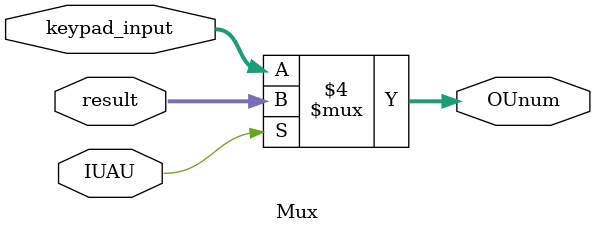
<source format=v>
module Mux(
    input [7:0] keypad_input,
    input IUAU,
    input [7:0] result,
    output reg [7:0] OUnum
);

    always @* begin
        if (IUAU == 1'b1)
            OUnum = result;
        else
            OUnum = keypad_input;
    end

endmodule

</source>
